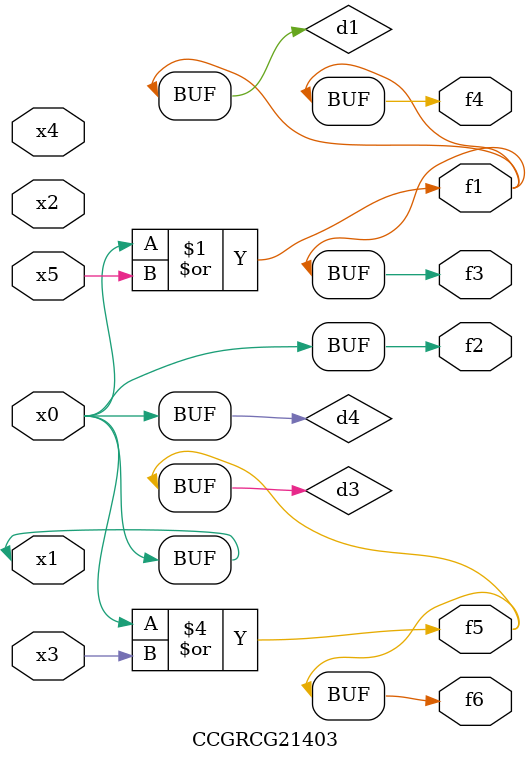
<source format=v>
module CCGRCG21403(
	input x0, x1, x2, x3, x4, x5,
	output f1, f2, f3, f4, f5, f6
);

	wire d1, d2, d3, d4;

	or (d1, x0, x5);
	xnor (d2, x1, x4);
	or (d3, x0, x3);
	buf (d4, x0, x1);
	assign f1 = d1;
	assign f2 = d4;
	assign f3 = d1;
	assign f4 = d1;
	assign f5 = d3;
	assign f6 = d3;
endmodule

</source>
